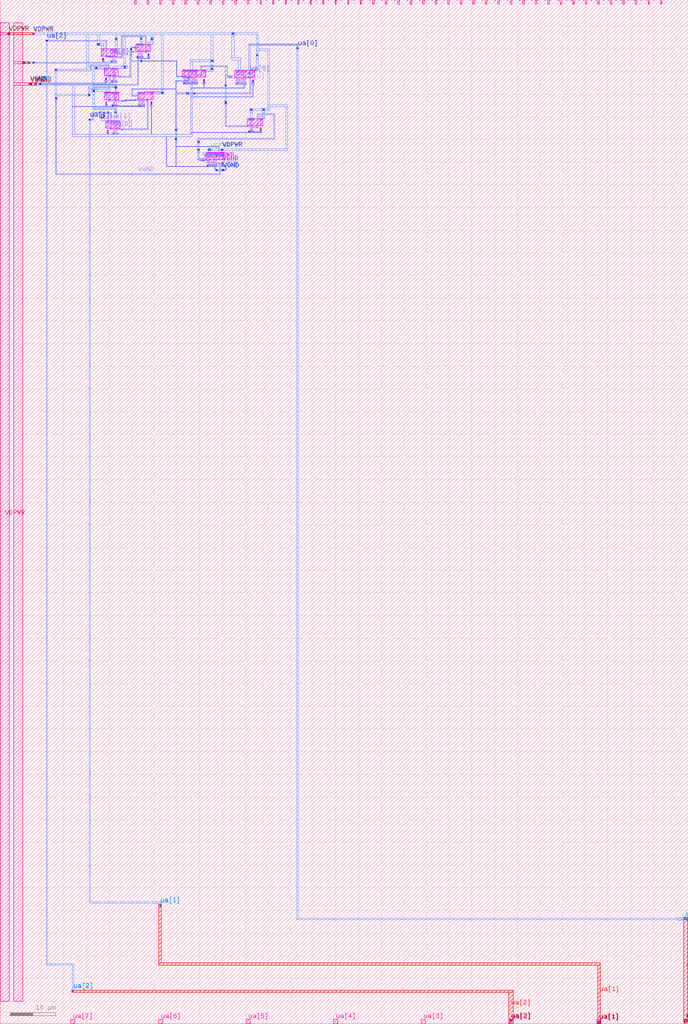
<source format=lef>
VERSION 5.7 ;
  NOWIREEXTENSIONATPIN ON ;
  DIVIDERCHAR "/" ;
  BUSBITCHARS "[]" ;
MACRO tt_um_template
  CLASS BLOCK ;
  FOREIGN tt_um_template ;
  ORIGIN -1.000 0.000 ;
  SIZE 151.710 BY 225.760 ;
  PIN clk
    PORT
      LAYER met4 ;
        RECT 143.830 224.760 144.130 225.760 ;
    END
  END clk
  PIN ena
    PORT
      LAYER met4 ;
        RECT 146.590 224.760 146.890 225.760 ;
    END
  END ena
  PIN rst_n
    PORT
      LAYER met4 ;
        RECT 141.070 224.760 141.370 225.760 ;
    END
  END rst_n
  PIN ua[0]
    ANTENNADIFFAREA 0.445500 ;
    PORT
      LAYER li1 ;
        RECT 54.560 209.800 55.155 209.805 ;
        RECT 54.560 209.465 56.165 209.800 ;
        RECT 54.560 208.145 54.735 209.465 ;
        RECT 54.560 207.595 55.155 208.145 ;
      LAYER mcon ;
        RECT 55.910 209.545 56.080 209.715 ;
      LAYER met1 ;
        RECT 55.830 215.930 66.715 216.075 ;
        RECT 55.830 215.740 66.725 215.930 ;
        RECT 55.830 209.830 56.165 215.740 ;
        RECT 66.365 214.920 66.725 215.740 ;
        RECT 55.800 209.435 56.195 209.830 ;
        RECT 55.830 209.385 56.165 209.435 ;
      LAYER via ;
        RECT 66.415 215.020 66.675 215.280 ;
      LAYER met2 ;
        RECT 66.360 23.315 66.735 215.435 ;
        RECT 150.345 23.315 152.475 23.380 ;
        RECT 66.360 22.940 152.475 23.315 ;
        RECT 150.345 22.870 152.475 22.940 ;
      LAYER via2 ;
        RECT 151.950 22.940 152.325 23.315 ;
      LAYER met3 ;
        RECT 151.690 0.280 152.590 23.445 ;
      LAYER via3 ;
        RECT 151.960 0.380 152.400 0.860 ;
      LAYER met4 ;
        RECT 151.810 0.000 152.710 1.000 ;
    END
  END ua[0]
  PIN ua[1]
    ANTENNAGATEAREA 0.247500 ;
    PORT
      LAYER li1 ;
        RECT 25.190 197.255 26.390 197.495 ;
      LAYER mcon ;
        RECT 25.280 197.310 25.450 197.480 ;
      LAYER met1 ;
        RECT 21.305 200.755 25.490 201.005 ;
        RECT 20.540 199.475 20.860 199.480 ;
        RECT 21.305 199.475 21.555 200.755 ;
        RECT 20.540 199.225 21.555 199.475 ;
        RECT 20.540 199.220 20.860 199.225 ;
        RECT 25.240 197.245 25.490 200.755 ;
      LAYER via ;
        RECT 20.570 199.220 20.830 199.480 ;
      LAYER met2 ;
        RECT 20.570 199.190 20.830 199.510 ;
        RECT 20.575 26.875 20.825 199.190 ;
        RECT 35.625 26.875 36.575 26.880 ;
        RECT 20.575 26.625 36.575 26.875 ;
        RECT 35.960 25.760 36.545 26.625 ;
      LAYER via2 ;
        RECT 36.110 25.910 36.390 26.190 ;
      LAYER met3 ;
        RECT 35.970 13.470 36.530 26.330 ;
        RECT 35.970 12.910 133.340 13.470 ;
        RECT 132.780 0.130 133.340 12.910 ;
      LAYER via3 ;
        RECT 132.890 0.160 133.240 0.570 ;
      LAYER met4 ;
        RECT 132.490 0.000 133.390 1.000 ;
    END
  END ua[1]
  PIN ua[2]
    ANTENNAGATEAREA 0.247500 ;
    PORT
      LAYER li1 ;
        RECT 24.850 213.395 25.315 213.445 ;
        RECT 24.850 213.185 25.950 213.395 ;
        RECT 24.850 213.140 25.315 213.185 ;
        RECT 25.620 213.155 25.950 213.185 ;
      LAYER mcon ;
        RECT 24.905 213.235 25.075 213.405 ;
      LAYER met1 ;
        RECT 10.985 216.905 11.765 216.945 ;
        RECT 10.985 216.655 24.455 216.905 ;
        RECT 10.985 216.615 11.765 216.655 ;
        RECT 24.205 213.445 24.455 216.655 ;
        RECT 24.840 213.445 25.145 213.475 ;
        RECT 24.205 213.195 25.345 213.445 ;
        RECT 24.840 213.170 25.145 213.195 ;
      LAYER via ;
        RECT 11.120 216.650 11.380 216.910 ;
      LAYER met2 ;
        RECT 11.095 13.260 11.410 216.955 ;
        RECT 11.095 12.945 17.205 13.260 ;
        RECT 16.890 7.730 17.205 12.945 ;
        RECT 16.865 6.920 17.225 7.730 ;
      LAYER via2 ;
        RECT 16.905 7.015 17.185 7.295 ;
      LAYER met3 ;
        RECT 16.800 7.400 113.955 7.410 ;
        RECT 16.800 6.920 114.120 7.400 ;
        RECT 113.115 0.180 114.120 6.920 ;
      LAYER via3 ;
        RECT 113.350 0.510 113.840 0.890 ;
      LAYER met4 ;
        RECT 113.170 0.985 114.065 0.995 ;
        RECT 113.170 0.000 114.070 0.985 ;
    END
  END ua[2]
  PIN ua[3]
    PORT
      LAYER met4 ;
        RECT 93.850 0.000 94.750 1.000 ;
    END
  END ua[3]
  PIN ua[4]
    PORT
      LAYER met4 ;
        RECT 74.530 0.000 75.430 1.000 ;
    END
  END ua[4]
  PIN ua[5]
    PORT
      LAYER met4 ;
        RECT 55.210 0.000 56.110 1.000 ;
    END
  END ua[5]
  PIN ua[6]
    PORT
      LAYER met4 ;
        RECT 35.890 0.000 36.790 1.000 ;
    END
  END ua[6]
  PIN ua[7]
    PORT
      LAYER met4 ;
        RECT 16.570 0.000 17.470 1.000 ;
    END
  END ua[7]
  PIN ui_in[0]
    PORT
      LAYER met4 ;
        RECT 138.310 224.760 138.610 225.760 ;
    END
  END ui_in[0]
  PIN ui_in[1]
    PORT
      LAYER met4 ;
        RECT 135.550 224.760 135.850 225.760 ;
    END
  END ui_in[1]
  PIN ui_in[2]
    PORT
      LAYER met4 ;
        RECT 132.790 224.760 133.090 225.760 ;
    END
  END ui_in[2]
  PIN ui_in[3]
    PORT
      LAYER met4 ;
        RECT 130.030 224.760 130.330 225.760 ;
    END
  END ui_in[3]
  PIN ui_in[4]
    PORT
      LAYER met4 ;
        RECT 127.270 224.760 127.570 225.760 ;
    END
  END ui_in[4]
  PIN ui_in[5]
    PORT
      LAYER met4 ;
        RECT 124.510 224.760 124.810 225.760 ;
    END
  END ui_in[5]
  PIN ui_in[6]
    PORT
      LAYER met4 ;
        RECT 121.750 224.760 122.050 225.760 ;
    END
  END ui_in[6]
  PIN ui_in[7]
    PORT
      LAYER met4 ;
        RECT 118.990 224.760 119.290 225.760 ;
    END
  END ui_in[7]
  PIN uio_in[0]
    PORT
      LAYER met4 ;
        RECT 116.230 224.760 116.530 225.760 ;
    END
  END uio_in[0]
  PIN uio_in[1]
    PORT
      LAYER met4 ;
        RECT 113.470 224.760 113.770 225.760 ;
    END
  END uio_in[1]
  PIN uio_in[2]
    PORT
      LAYER met4 ;
        RECT 110.710 224.760 111.010 225.760 ;
    END
  END uio_in[2]
  PIN uio_in[3]
    PORT
      LAYER met4 ;
        RECT 107.950 224.760 108.250 225.760 ;
    END
  END uio_in[3]
  PIN uio_in[4]
    PORT
      LAYER met4 ;
        RECT 105.190 224.760 105.490 225.760 ;
    END
  END uio_in[4]
  PIN uio_in[5]
    PORT
      LAYER met4 ;
        RECT 102.430 224.760 102.730 225.760 ;
    END
  END uio_in[5]
  PIN uio_in[6]
    PORT
      LAYER met4 ;
        RECT 99.670 224.760 99.970 225.760 ;
    END
  END uio_in[6]
  PIN uio_in[7]
    PORT
      LAYER met4 ;
        RECT 96.910 224.760 97.210 225.760 ;
    END
  END uio_in[7]
  PIN uio_oe[0]
    PORT
      LAYER met4 ;
        RECT 49.990 224.760 50.290 225.760 ;
    END
  END uio_oe[0]
  PIN uio_oe[1]
    PORT
      LAYER met4 ;
        RECT 47.230 224.760 47.530 225.760 ;
    END
  END uio_oe[1]
  PIN uio_oe[2]
    PORT
      LAYER met4 ;
        RECT 44.470 224.760 44.770 225.760 ;
    END
  END uio_oe[2]
  PIN uio_oe[3]
    PORT
      LAYER met4 ;
        RECT 41.710 224.760 42.010 225.760 ;
    END
  END uio_oe[3]
  PIN uio_oe[4]
    PORT
      LAYER met4 ;
        RECT 38.950 224.760 39.250 225.760 ;
    END
  END uio_oe[4]
  PIN uio_oe[5]
    PORT
      LAYER met4 ;
        RECT 36.190 224.760 36.490 225.760 ;
    END
  END uio_oe[5]
  PIN uio_oe[6]
    PORT
      LAYER met4 ;
        RECT 33.430 224.760 33.730 225.760 ;
    END
  END uio_oe[6]
  PIN uio_oe[7]
    PORT
      LAYER met4 ;
        RECT 30.670 224.760 30.970 225.760 ;
    END
  END uio_oe[7]
  PIN uio_out[0]
    PORT
      LAYER met4 ;
        RECT 72.070 224.760 72.370 225.760 ;
    END
  END uio_out[0]
  PIN uio_out[1]
    PORT
      LAYER met4 ;
        RECT 69.310 224.760 69.610 225.760 ;
    END
  END uio_out[1]
  PIN uio_out[2]
    PORT
      LAYER met4 ;
        RECT 66.550 224.760 66.850 225.760 ;
    END
  END uio_out[2]
  PIN uio_out[3]
    PORT
      LAYER met4 ;
        RECT 63.790 224.760 64.090 225.760 ;
    END
  END uio_out[3]
  PIN uio_out[4]
    PORT
      LAYER met4 ;
        RECT 61.030 224.760 61.330 225.760 ;
    END
  END uio_out[4]
  PIN uio_out[5]
    PORT
      LAYER met4 ;
        RECT 58.270 224.760 58.570 225.760 ;
    END
  END uio_out[5]
  PIN uio_out[6]
    PORT
      LAYER met4 ;
        RECT 55.510 224.760 55.810 225.760 ;
    END
  END uio_out[6]
  PIN uio_out[7]
    PORT
      LAYER met4 ;
        RECT 52.750 224.760 53.050 225.760 ;
    END
  END uio_out[7]
  PIN uo_out[0]
    PORT
      LAYER met4 ;
        RECT 94.150 224.760 94.450 225.760 ;
    END
  END uo_out[0]
  PIN uo_out[1]
    PORT
      LAYER met4 ;
        RECT 91.390 224.760 91.690 225.760 ;
    END
  END uo_out[1]
  PIN uo_out[2]
    PORT
      LAYER met4 ;
        RECT 88.630 224.760 88.930 225.760 ;
    END
  END uo_out[2]
  PIN uo_out[3]
    PORT
      LAYER met4 ;
        RECT 85.870 224.760 86.170 225.760 ;
    END
  END uo_out[3]
  PIN uo_out[4]
    PORT
      LAYER met4 ;
        RECT 83.110 224.760 83.410 225.760 ;
    END
  END uo_out[4]
  PIN uo_out[5]
    PORT
      LAYER met4 ;
        RECT 80.350 224.760 80.650 225.760 ;
    END
  END uo_out[5]
  PIN uo_out[6]
    PORT
      LAYER met4 ;
        RECT 77.590 224.760 77.890 225.760 ;
    END
  END uo_out[6]
  PIN uo_out[7]
    PORT
      LAYER met4 ;
        RECT 74.830 224.760 75.130 225.760 ;
    END
  END uo_out[7]
  PIN VDPWR
    ANTENNAGATEAREA 0.223500 ;
    ANTENNADIFFAREA 5.549500 ;
    PORT
      LAYER nwell ;
        RECT 30.910 216.000 33.750 216.010 ;
        RECT 23.250 214.990 24.090 215.000 ;
        RECT 23.250 213.395 26.870 214.990 ;
        RECT 30.910 214.405 34.125 216.000 ;
        RECT 33.285 214.395 34.125 214.405 ;
        RECT 23.900 213.385 26.870 213.395 ;
        RECT 23.900 209.095 27.010 210.700 ;
        RECT 41.150 208.695 46.340 210.300 ;
        RECT 52.750 208.645 57.140 210.250 ;
        RECT 33.900 205.380 34.740 205.400 ;
        RECT 24.270 205.330 27.130 205.350 ;
        RECT 23.960 203.745 27.130 205.330 ;
        RECT 31.260 203.795 34.740 205.380 ;
        RECT 31.260 203.775 34.200 203.795 ;
        RECT 23.960 203.725 24.800 203.745 ;
        RECT 55.460 199.600 58.200 199.610 ;
        RECT 24.290 197.485 27.310 199.090 ;
        RECT 55.460 198.005 58.840 199.600 ;
        RECT 58.000 197.995 58.840 198.005 ;
        RECT 49.530 192.100 50.370 192.120 ;
        RECT 46.300 190.515 50.370 192.100 ;
        RECT 46.300 190.495 50.030 190.515 ;
      LAYER li1 ;
        RECT 31.100 215.735 32.480 215.905 ;
        RECT 23.440 214.725 23.900 214.895 ;
        RECT 23.525 213.560 23.815 214.725 ;
        RECT 25.300 214.715 26.680 214.885 ;
        RECT 25.640 213.575 25.850 214.715 ;
        RECT 32.055 214.595 32.385 215.735 ;
        RECT 33.475 215.725 33.935 215.895 ;
        RECT 33.560 214.560 33.850 215.725 ;
        RECT 24.090 210.425 24.550 210.595 ;
        RECT 25.440 210.425 26.820 210.595 ;
        RECT 24.175 209.260 24.465 210.425 ;
        RECT 25.780 209.285 25.990 210.425 ;
        RECT 41.340 210.025 44.560 210.195 ;
        RECT 45.690 210.025 46.150 210.195 ;
        RECT 42.395 209.175 42.565 210.025 ;
        RECT 43.235 209.515 43.405 210.025 ;
        RECT 45.775 208.860 46.065 210.025 ;
        RECT 52.940 209.975 55.240 210.145 ;
        RECT 56.490 209.975 56.950 210.145 ;
        RECT 53.455 209.575 54.390 209.975 ;
        RECT 56.575 208.810 56.865 209.975 ;
        RECT 24.150 205.055 24.610 205.225 ;
        RECT 25.560 205.075 26.940 205.245 ;
        RECT 31.450 205.105 32.830 205.275 ;
        RECT 34.090 205.125 34.550 205.295 ;
        RECT 24.235 203.890 24.525 205.055 ;
        RECT 25.900 203.935 26.110 205.075 ;
        RECT 32.405 203.965 32.735 205.105 ;
        RECT 34.175 203.960 34.465 205.125 ;
        RECT 55.650 199.335 57.030 199.505 ;
        RECT 24.480 198.815 24.940 198.985 ;
        RECT 25.740 198.815 27.120 198.985 ;
        RECT 24.565 197.650 24.855 198.815 ;
        RECT 26.080 197.675 26.290 198.815 ;
        RECT 55.990 198.195 56.200 199.335 ;
        RECT 58.190 199.325 58.650 199.495 ;
        RECT 56.370 198.185 56.700 199.165 ;
        RECT 56.470 197.815 56.700 198.185 ;
        RECT 58.275 198.160 58.565 199.325 ;
        RECT 56.470 197.585 57.865 197.815 ;
        RECT 56.370 196.955 56.700 197.585 ;
        RECT 46.490 191.825 48.790 191.995 ;
        RECT 49.720 191.845 50.180 192.015 ;
        RECT 47.005 191.425 47.940 191.825 ;
        RECT 46.575 190.895 47.035 190.915 ;
        RECT 45.370 190.435 47.035 190.895 ;
        RECT 49.805 190.680 50.095 191.845 ;
        RECT 45.370 190.170 46.230 190.435 ;
        RECT 46.575 190.185 47.035 190.435 ;
      LAYER mcon ;
        RECT 31.245 215.735 31.415 215.905 ;
        RECT 31.705 215.735 31.875 215.905 ;
        RECT 32.165 215.735 32.335 215.905 ;
        RECT 23.585 214.725 23.755 214.895 ;
        RECT 25.445 214.715 25.615 214.885 ;
        RECT 25.905 214.715 26.075 214.885 ;
        RECT 26.365 214.715 26.535 214.885 ;
        RECT 33.620 215.725 33.790 215.895 ;
        RECT 24.235 210.425 24.405 210.595 ;
        RECT 25.585 210.425 25.755 210.595 ;
        RECT 26.045 210.425 26.215 210.595 ;
        RECT 26.505 210.425 26.675 210.595 ;
        RECT 41.485 210.025 41.655 210.195 ;
        RECT 41.945 210.025 42.115 210.195 ;
        RECT 42.405 210.025 42.575 210.195 ;
        RECT 42.865 210.025 43.035 210.195 ;
        RECT 43.325 210.025 43.495 210.195 ;
        RECT 43.785 210.025 43.955 210.195 ;
        RECT 44.245 210.025 44.415 210.195 ;
        RECT 45.835 210.025 46.005 210.195 ;
        RECT 53.085 209.975 53.255 210.145 ;
        RECT 53.545 209.975 53.715 210.145 ;
        RECT 54.005 209.975 54.175 210.145 ;
        RECT 54.465 209.975 54.635 210.145 ;
        RECT 54.925 209.975 55.095 210.145 ;
        RECT 56.635 209.975 56.805 210.145 ;
        RECT 24.295 205.055 24.465 205.225 ;
        RECT 25.705 205.075 25.875 205.245 ;
        RECT 26.165 205.075 26.335 205.245 ;
        RECT 26.625 205.075 26.795 205.245 ;
        RECT 31.595 205.105 31.765 205.275 ;
        RECT 32.055 205.105 32.225 205.275 ;
        RECT 32.515 205.105 32.685 205.275 ;
        RECT 34.235 205.125 34.405 205.295 ;
        RECT 55.795 199.335 55.965 199.505 ;
        RECT 56.255 199.335 56.425 199.505 ;
        RECT 56.715 199.335 56.885 199.505 ;
        RECT 24.625 198.815 24.795 198.985 ;
        RECT 25.885 198.815 26.055 198.985 ;
        RECT 26.345 198.815 26.515 198.985 ;
        RECT 26.805 198.815 26.975 198.985 ;
        RECT 58.335 199.325 58.505 199.495 ;
        RECT 57.665 197.615 57.835 197.785 ;
        RECT 46.635 191.825 46.805 191.995 ;
        RECT 47.095 191.825 47.265 191.995 ;
        RECT 47.555 191.825 47.725 191.995 ;
        RECT 48.015 191.825 48.185 191.995 ;
        RECT 48.475 191.825 48.645 191.995 ;
        RECT 49.865 191.845 50.035 192.015 ;
        RECT 45.665 190.465 45.835 190.635 ;
      LAYER met1 ;
        RECT 52.060 217.610 52.565 218.580 ;
        RECT 22.265 215.745 23.785 216.220 ;
        RECT 23.060 215.730 23.785 215.745 ;
        RECT 23.310 215.050 23.785 215.730 ;
        RECT 23.310 215.015 23.900 215.050 ;
        RECT 26.320 215.040 26.780 217.430 ;
        RECT 31.825 216.495 32.320 217.505 ;
        RECT 31.840 216.060 32.300 216.495 ;
        RECT 34.200 216.420 34.700 217.510 ;
        RECT 31.100 215.580 32.480 216.060 ;
        RECT 33.470 215.960 34.700 216.420 ;
        RECT 33.475 215.570 33.935 215.960 ;
        RECT 23.440 214.570 23.900 215.015 ;
        RECT 25.300 214.990 26.780 215.040 ;
        RECT 25.300 214.560 26.680 214.990 ;
        RECT 52.080 212.970 52.540 217.610 ;
        RECT 46.980 212.580 48.040 212.595 ;
        RECT 42.930 212.120 48.040 212.580 ;
        RECT 52.080 212.510 53.970 212.970 ;
        RECT 57.430 212.840 57.915 214.000 ;
        RECT 27.755 211.190 28.965 211.205 ;
        RECT 21.860 210.750 24.530 210.990 ;
        RECT 25.940 210.750 28.965 211.190 ;
        RECT 21.860 210.530 24.550 210.750 ;
        RECT 24.090 210.270 24.550 210.530 ;
        RECT 25.440 210.730 28.965 210.750 ;
        RECT 25.440 210.270 26.820 210.730 ;
        RECT 27.755 210.715 28.965 210.730 ;
        RECT 42.930 210.350 43.390 212.120 ;
        RECT 46.980 212.110 48.040 212.120 ;
        RECT 47.435 210.420 47.940 210.900 ;
        RECT 46.100 210.350 47.940 210.420 ;
        RECT 41.340 209.870 44.560 210.350 ;
        RECT 45.690 209.915 47.940 210.350 ;
        RECT 53.510 210.300 53.970 212.510 ;
        RECT 57.440 210.680 57.900 212.840 ;
        RECT 45.690 209.870 46.150 209.915 ;
        RECT 52.940 209.820 55.240 210.300 ;
        RECT 56.470 210.220 57.900 210.680 ;
        RECT 56.490 209.820 56.950 210.220 ;
        RECT 26.250 206.180 26.710 206.700 ;
        RECT 21.070 205.985 22.420 206.020 ;
        RECT 21.070 205.500 24.590 205.985 ;
        RECT 21.070 205.460 22.420 205.500 ;
        RECT 24.105 205.380 24.590 205.500 ;
        RECT 26.335 205.415 26.625 206.180 ;
        RECT 36.035 205.510 37.085 205.520 ;
        RECT 32.770 205.430 37.085 205.510 ;
        RECT 26.175 205.400 26.625 205.415 ;
        RECT 24.105 205.210 24.610 205.380 ;
        RECT 24.150 204.900 24.610 205.210 ;
        RECT 25.560 204.920 26.940 205.400 ;
        RECT 31.450 205.050 37.085 205.430 ;
        RECT 31.450 204.950 32.830 205.050 ;
        RECT 34.090 204.970 34.550 205.050 ;
        RECT 36.035 205.045 37.085 205.050 ;
        RECT 23.255 200.410 23.850 200.445 ;
        RECT 23.225 199.815 23.880 200.410 ;
        RECT 26.130 200.070 26.655 201.420 ;
        RECT 56.090 200.860 56.590 201.840 ;
        RECT 58.790 201.825 59.305 201.875 ;
        RECT 23.255 199.570 23.850 199.815 ;
        RECT 23.250 199.110 24.950 199.570 ;
        RECT 26.160 199.155 26.620 200.070 ;
        RECT 56.110 199.660 56.570 200.860 ;
        RECT 58.790 200.855 59.320 201.825 ;
        RECT 58.790 200.840 59.305 200.855 ;
        RECT 58.830 200.665 59.290 200.840 ;
        RECT 57.635 200.435 61.535 200.665 ;
        RECT 55.650 199.180 57.030 199.660 ;
        RECT 26.075 199.140 26.620 199.155 ;
        RECT 23.320 199.100 23.780 199.110 ;
        RECT 24.480 198.660 24.940 199.110 ;
        RECT 25.740 198.660 27.120 199.140 ;
        RECT 57.635 197.845 57.865 200.435 ;
        RECT 58.830 200.080 59.290 200.435 ;
        RECT 58.170 199.620 59.290 200.080 ;
        RECT 58.190 199.170 58.650 199.620 ;
        RECT 58.830 199.600 59.290 199.620 ;
        RECT 57.605 197.555 57.895 197.845 ;
        RECT 57.635 197.485 57.865 197.555 ;
        RECT 61.335 195.215 61.565 200.435 ;
        RECT 44.585 195.085 61.565 195.215 ;
        RECT 44.565 194.985 61.565 195.085 ;
        RECT 44.565 194.315 44.840 194.985 ;
        RECT 44.550 193.095 44.845 193.110 ;
        RECT 44.550 192.455 44.850 193.095 ;
        RECT 46.920 193.020 47.415 193.035 ;
        RECT 44.555 192.205 44.850 192.455 ;
        RECT 44.585 190.665 44.815 192.205 ;
        RECT 46.810 192.150 47.415 193.020 ;
        RECT 49.755 192.170 50.175 192.890 ;
        RECT 46.490 191.670 48.790 192.150 ;
        RECT 49.720 191.690 50.180 192.170 ;
        RECT 45.035 190.665 46.065 190.815 ;
        RECT 44.585 190.435 46.065 190.665 ;
        RECT 45.035 190.285 46.065 190.435 ;
      LAYER via ;
        RECT 52.170 218.190 52.430 218.450 ;
        RECT 26.420 217.000 26.680 217.260 ;
        RECT 22.520 215.850 22.780 216.110 ;
        RECT 31.940 217.070 32.200 217.330 ;
        RECT 34.320 217.020 34.580 217.280 ;
        RECT 57.540 213.460 57.800 213.720 ;
        RECT 47.550 212.220 47.810 212.480 ;
        RECT 22.000 210.630 22.260 210.890 ;
        RECT 28.330 210.830 28.590 211.090 ;
        RECT 47.550 210.490 47.810 210.750 ;
        RECT 26.350 206.310 26.610 206.570 ;
        RECT 21.490 205.560 21.750 205.820 ;
        RECT 36.600 205.150 36.860 205.410 ;
        RECT 56.210 201.440 56.470 201.700 ;
        RECT 26.260 200.880 26.520 201.140 ;
        RECT 23.260 199.820 23.840 200.400 ;
        RECT 58.930 201.440 59.190 201.700 ;
        RECT 44.570 194.370 44.830 194.630 ;
        RECT 44.570 192.570 44.830 192.830 ;
        RECT 47.020 192.610 47.280 192.870 ;
        RECT 49.830 192.580 50.110 192.840 ;
      LAYER met2 ;
        RECT 7.905 218.550 8.960 218.570 ;
        RECT 51.820 218.550 53.110 218.570 ;
        RECT 7.905 218.090 57.840 218.550 ;
        RECT 7.905 218.075 8.960 218.090 ;
        RECT 20.010 210.990 20.470 218.090 ;
        RECT 22.420 216.680 22.880 218.090 ;
        RECT 26.320 216.730 26.780 218.090 ;
        RECT 22.415 215.635 22.890 216.680 ;
        RECT 28.230 211.675 28.690 218.090 ;
        RECT 31.840 217.900 32.300 218.090 ;
        RECT 31.830 216.850 32.310 217.900 ;
        RECT 34.220 216.800 34.680 218.090 ;
        RECT 21.425 210.990 22.525 211.005 ;
        RECT 20.010 210.530 22.525 210.990 ;
        RECT 28.210 210.610 28.715 211.675 ;
        RECT 21.390 210.515 22.525 210.530 ;
        RECT 21.390 207.020 21.850 210.515 ;
        RECT 21.390 206.670 26.670 207.020 ;
        RECT 21.390 206.560 26.740 206.670 ;
        RECT 21.390 202.020 21.850 206.560 ;
        RECT 26.210 206.210 26.740 206.560 ;
        RECT 36.500 205.985 36.960 218.090 ;
        RECT 47.450 211.325 47.910 218.090 ;
        RECT 51.820 218.070 53.110 218.090 ;
        RECT 57.440 217.470 57.840 218.090 ;
        RECT 57.440 214.990 57.900 217.470 ;
        RECT 57.440 214.530 60.430 214.990 ;
        RECT 57.440 213.200 57.900 214.530 ;
        RECT 47.435 210.305 47.925 211.325 ;
        RECT 36.490 204.960 36.975 205.985 ;
        RECT 59.970 202.650 60.430 214.530 ;
        RECT 59.970 202.190 64.430 202.650 ;
        RECT 21.390 201.725 26.620 202.020 ;
        RECT 59.970 201.800 60.430 202.190 ;
        RECT 21.390 201.560 26.645 201.725 ;
        RECT 23.320 200.805 23.780 201.560 ;
        RECT 23.290 200.440 23.815 200.805 ;
        RECT 26.140 200.660 26.645 201.560 ;
        RECT 55.990 201.340 60.430 201.800 ;
        RECT 23.255 199.785 23.850 200.440 ;
        RECT 44.570 194.120 44.830 194.780 ;
        RECT 44.585 193.100 44.815 194.120 ;
        RECT 44.555 192.400 44.855 193.100 ;
        RECT 46.825 192.970 47.850 192.980 ;
        RECT 63.970 192.970 64.430 202.190 ;
        RECT 46.660 192.510 64.430 192.970 ;
        RECT 46.825 192.505 47.850 192.510 ;
      LAYER via2 ;
        RECT 8.110 218.180 8.390 218.460 ;
      LAYER met3 ;
        RECT 7.995 218.550 8.505 218.575 ;
        RECT 2.635 218.090 8.505 218.550 ;
        RECT 7.995 218.065 8.505 218.090 ;
      LAYER via3 ;
        RECT 2.705 218.160 3.025 218.480 ;
      LAYER met4 ;
        RECT 1.000 218.550 3.000 220.760 ;
        RECT 1.000 218.090 3.095 218.550 ;
        RECT 1.000 5.000 3.000 218.090 ;
    END
  END VDPWR
  PIN VGND
    USE GROUND ;
    PORT
      LAYER pwell ;
        RECT 33.620 213.410 33.790 213.935 ;
        RECT 23.585 212.410 23.755 212.935 ;
        RECT 24.235 208.110 24.405 208.635 ;
        RECT 45.835 207.710 46.005 208.235 ;
        RECT 56.635 207.660 56.805 208.185 ;
        RECT 24.295 202.740 24.465 203.265 ;
        RECT 34.235 202.810 34.405 203.335 ;
        RECT 24.625 196.500 24.795 197.025 ;
        RECT 58.335 197.010 58.505 197.535 ;
        RECT 49.865 189.530 50.035 190.055 ;
      LAYER li1 ;
        RECT 31.205 213.185 31.445 213.995 ;
        RECT 32.115 213.185 32.385 213.995 ;
        RECT 31.100 213.015 32.480 213.185 ;
        RECT 33.560 213.175 33.850 213.900 ;
        RECT 33.475 213.005 33.935 213.175 ;
        RECT 23.525 212.175 23.815 212.900 ;
        RECT 23.440 212.005 23.900 212.175 ;
        RECT 25.620 212.165 25.850 212.985 ;
        RECT 25.300 211.995 26.680 212.165 ;
        RECT 24.775 209.105 25.025 209.110 ;
        RECT 24.775 208.865 26.090 209.105 ;
        RECT 54.915 208.870 55.155 209.295 ;
        RECT 24.775 208.860 25.025 208.865 ;
        RECT 24.175 207.875 24.465 208.600 ;
        RECT 25.760 207.875 25.990 208.695 ;
        RECT 42.180 208.465 42.730 208.665 ;
        RECT 54.915 208.630 55.920 208.870 ;
        RECT 54.915 208.315 55.155 208.630 ;
        RECT 24.090 207.705 24.550 207.875 ;
        RECT 25.440 207.705 26.820 207.875 ;
        RECT 41.475 207.475 41.805 207.865 ;
        RECT 42.315 207.475 42.645 207.865 ;
        RECT 44.185 207.475 44.475 208.310 ;
        RECT 45.775 207.475 46.065 208.200 ;
        RECT 41.340 207.305 44.560 207.475 ;
        RECT 45.690 207.305 46.150 207.475 ;
        RECT 53.455 207.425 54.390 207.825 ;
        RECT 56.575 207.425 56.865 208.150 ;
        RECT 52.940 207.255 55.240 207.425 ;
        RECT 56.490 207.255 56.950 207.425 ;
        RECT 31.545 204.725 31.875 204.920 ;
        RECT 30.625 204.555 31.875 204.725 ;
        RECT 31.545 204.135 31.875 204.555 ;
        RECT 31.545 203.965 32.225 204.135 ;
        RECT 24.895 203.795 25.225 203.800 ;
        RECT 24.820 203.755 25.540 203.795 ;
        RECT 24.820 203.515 26.210 203.755 ;
        RECT 24.820 203.475 25.540 203.515 ;
        RECT 24.895 203.470 25.225 203.475 ;
        RECT 32.055 203.365 32.225 203.965 ;
        RECT 24.235 202.505 24.525 203.230 ;
        RECT 25.880 202.525 26.110 203.345 ;
        RECT 31.555 202.555 31.795 203.365 ;
        RECT 31.965 202.725 32.295 203.365 ;
        RECT 32.465 202.555 32.735 203.365 ;
        RECT 34.175 202.575 34.465 203.300 ;
        RECT 24.150 202.335 24.610 202.505 ;
        RECT 25.560 202.355 26.940 202.525 ;
        RECT 31.450 202.385 32.830 202.555 ;
        RECT 34.090 202.405 34.550 202.575 ;
        RECT 24.565 196.265 24.855 196.990 ;
        RECT 26.060 196.265 26.290 197.085 ;
        RECT 55.970 196.785 56.200 197.605 ;
        RECT 55.650 196.615 57.030 196.785 ;
        RECT 58.275 196.775 58.565 197.500 ;
        RECT 58.190 196.605 58.650 196.775 ;
        RECT 24.480 196.095 24.940 196.265 ;
        RECT 25.740 196.095 27.120 196.265 ;
        RECT 48.110 191.315 48.705 191.655 ;
        RECT 48.110 189.995 48.285 191.315 ;
        RECT 48.465 190.720 48.705 191.145 ;
        RECT 48.465 190.480 49.350 190.720 ;
        RECT 48.465 190.165 48.705 190.480 ;
        RECT 48.110 189.825 48.705 189.995 ;
        RECT 47.005 189.275 47.940 189.675 ;
        RECT 48.110 189.655 49.485 189.825 ;
        RECT 48.110 189.445 48.705 189.655 ;
        RECT 49.805 189.295 50.095 190.020 ;
        RECT 46.490 189.105 48.790 189.275 ;
        RECT 49.720 189.125 50.180 189.295 ;
      LAYER mcon ;
        RECT 31.245 213.015 31.415 213.185 ;
        RECT 31.705 213.015 31.875 213.185 ;
        RECT 32.165 213.015 32.335 213.185 ;
        RECT 33.620 213.005 33.790 213.175 ;
        RECT 23.585 212.005 23.755 212.175 ;
        RECT 25.445 211.995 25.615 212.165 ;
        RECT 25.905 211.995 26.075 212.165 ;
        RECT 26.365 211.995 26.535 212.165 ;
        RECT 24.815 208.900 24.985 209.070 ;
        RECT 42.365 208.465 42.535 208.635 ;
        RECT 55.715 208.660 55.885 208.830 ;
        RECT 24.235 207.705 24.405 207.875 ;
        RECT 25.585 207.705 25.755 207.875 ;
        RECT 26.045 207.705 26.215 207.875 ;
        RECT 26.505 207.705 26.675 207.875 ;
        RECT 41.485 207.305 41.655 207.475 ;
        RECT 41.945 207.305 42.115 207.475 ;
        RECT 42.405 207.305 42.575 207.475 ;
        RECT 42.865 207.305 43.035 207.475 ;
        RECT 43.325 207.305 43.495 207.475 ;
        RECT 43.785 207.305 43.955 207.475 ;
        RECT 44.245 207.305 44.415 207.475 ;
        RECT 45.835 207.305 46.005 207.475 ;
        RECT 53.085 207.255 53.255 207.425 ;
        RECT 53.545 207.255 53.715 207.425 ;
        RECT 54.005 207.255 54.175 207.425 ;
        RECT 54.465 207.255 54.635 207.425 ;
        RECT 54.925 207.255 55.095 207.425 ;
        RECT 56.635 207.255 56.805 207.425 ;
        RECT 24.975 203.550 25.145 203.720 ;
        RECT 24.295 202.335 24.465 202.505 ;
        RECT 25.705 202.355 25.875 202.525 ;
        RECT 26.165 202.355 26.335 202.525 ;
        RECT 26.625 202.355 26.795 202.525 ;
        RECT 31.595 202.385 31.765 202.555 ;
        RECT 32.055 202.385 32.225 202.555 ;
        RECT 32.515 202.385 32.685 202.555 ;
        RECT 34.235 202.405 34.405 202.575 ;
        RECT 55.795 196.615 55.965 196.785 ;
        RECT 56.255 196.615 56.425 196.785 ;
        RECT 56.715 196.615 56.885 196.785 ;
        RECT 58.335 196.605 58.505 196.775 ;
        RECT 24.625 196.095 24.795 196.265 ;
        RECT 25.885 196.095 26.055 196.265 ;
        RECT 26.345 196.095 26.515 196.265 ;
        RECT 26.805 196.095 26.975 196.265 ;
        RECT 49.095 190.515 49.265 190.685 ;
        RECT 49.315 189.655 49.485 189.825 ;
        RECT 46.635 189.105 46.805 189.275 ;
        RECT 47.095 189.105 47.265 189.275 ;
        RECT 47.555 189.105 47.725 189.275 ;
        RECT 48.015 189.105 48.185 189.275 ;
        RECT 48.475 189.105 48.645 189.275 ;
        RECT 49.865 189.125 50.035 189.295 ;
      LAYER met1 ;
        RECT 31.100 212.955 32.480 213.340 ;
        RECT 33.475 212.955 33.935 213.330 ;
        RECT 31.100 212.860 33.935 212.955 ;
        RECT 31.270 212.850 33.935 212.860 ;
        RECT 31.270 212.800 33.925 212.850 ;
        RECT 8.145 211.995 8.465 212.050 ;
        RECT 23.440 211.995 23.900 212.330 ;
        RECT 25.300 211.995 26.680 212.320 ;
        RECT 8.145 211.840 26.680 211.995 ;
        RECT 8.145 211.790 8.465 211.840 ;
        RECT 20.815 211.255 25.025 211.505 ;
        RECT 13.040 210.425 13.910 210.460 ;
        RECT 20.815 210.425 21.065 211.255 ;
        RECT 24.775 210.970 25.025 211.255 ;
        RECT 13.040 210.175 21.075 210.425 ;
        RECT 13.040 210.140 13.910 210.175 ;
        RECT 24.775 209.170 25.285 210.970 ;
        RECT 24.745 208.800 25.285 209.170 ;
        RECT 24.090 207.625 24.550 208.030 ;
        RECT 24.075 207.550 24.550 207.625 ;
        RECT 24.075 207.465 24.325 207.550 ;
        RECT 9.460 207.310 24.325 207.465 ;
        RECT 9.460 207.140 17.400 207.310 ;
        RECT 24.880 207.140 25.285 208.800 ;
        RECT 25.440 207.550 26.820 208.030 ;
        RECT 25.615 207.140 25.770 207.550 ;
        RECT 31.270 207.140 31.425 212.800 ;
        RECT 42.315 208.365 42.635 208.735 ;
        RECT 55.630 208.625 56.225 208.870 ;
        RECT 9.475 206.985 31.425 207.140 ;
        RECT 39.665 207.985 39.835 208.000 ;
        RECT 42.365 207.985 42.535 208.365 ;
        RECT 39.665 207.815 42.535 207.985 ;
        RECT 10.450 206.965 17.400 206.985 ;
        RECT 13.110 203.660 13.495 204.345 ;
        RECT 13.165 203.565 13.435 203.660 ;
        RECT 13.215 187.435 13.385 203.565 ;
        RECT 16.900 202.355 17.400 206.965 ;
        RECT 24.880 206.615 25.285 206.985 ;
        RECT 20.430 206.285 25.285 206.615 ;
        RECT 20.430 205.285 20.760 206.285 ;
        RECT 20.430 204.930 20.765 205.285 ;
        RECT 20.425 204.530 20.765 204.930 ;
        RECT 24.880 203.830 25.285 206.285 ;
        RECT 39.665 206.185 39.835 207.815 ;
        RECT 41.340 207.150 44.560 207.630 ;
        RECT 45.690 207.150 46.150 207.630 ;
        RECT 29.985 206.015 39.835 206.185 ;
        RECT 29.985 204.725 30.155 206.015 ;
        RECT 39.665 205.250 39.835 206.015 ;
        RECT 42.985 206.430 43.275 207.150 ;
        RECT 45.825 206.430 45.980 207.150 ;
        RECT 52.940 207.100 55.240 207.580 ;
        RECT 54.635 206.430 54.920 207.100 ;
        RECT 42.985 206.275 54.920 206.430 ;
        RECT 41.950 205.250 42.600 205.400 ;
        RECT 39.650 205.050 42.700 205.250 ;
        RECT 30.595 204.725 30.825 204.785 ;
        RECT 29.985 204.555 30.975 204.725 ;
        RECT 30.595 204.495 30.825 204.555 ;
        RECT 24.865 203.440 25.285 203.830 ;
        RECT 24.880 203.390 25.285 203.440 ;
        RECT 24.150 202.355 24.610 202.660 ;
        RECT 25.560 202.385 26.940 202.680 ;
        RECT 31.450 202.385 32.830 202.710 ;
        RECT 25.560 202.355 32.830 202.385 ;
        RECT 16.900 202.230 32.830 202.355 ;
        RECT 34.090 202.250 34.550 202.730 ;
        RECT 16.900 202.200 26.940 202.230 ;
        RECT 16.900 196.100 17.400 202.200 ;
        RECT 24.150 202.180 24.610 202.200 ;
        RECT 24.480 196.100 24.940 196.420 ;
        RECT 25.740 196.100 27.120 196.420 ;
        RECT 34.240 196.100 34.395 202.250 ;
        RECT 39.650 197.655 39.850 205.050 ;
        RECT 41.950 204.900 42.600 205.050 ;
        RECT 42.985 204.480 43.275 206.275 ;
        RECT 43.590 205.250 43.910 205.280 ;
        RECT 55.980 205.250 56.225 208.625 ;
        RECT 56.490 207.100 56.950 207.580 ;
        RECT 43.590 205.080 56.225 205.250 ;
        RECT 43.590 205.050 56.200 205.080 ;
        RECT 43.590 205.020 43.910 205.050 ;
        RECT 56.625 204.480 56.780 207.100 ;
        RECT 42.985 204.325 56.775 204.480 ;
        RECT 39.600 196.850 39.905 197.655 ;
        RECT 39.650 196.100 39.850 196.850 ;
        RECT 42.985 196.615 43.275 204.325 ;
        RECT 55.650 196.655 57.030 196.940 ;
        RECT 58.190 196.655 58.650 196.930 ;
        RECT 55.650 196.615 58.655 196.655 ;
        RECT 42.985 196.460 58.655 196.615 ;
        RECT 42.985 196.100 43.275 196.460 ;
        RECT 58.190 196.450 58.650 196.460 ;
        RECT 16.900 195.605 43.275 196.100 ;
        RECT 16.900 195.600 43.250 195.605 ;
        RECT 37.575 189.105 37.730 195.600 ;
        RECT 39.650 195.370 39.850 195.600 ;
        RECT 39.630 195.240 39.870 195.370 ;
        RECT 39.610 194.460 39.895 195.240 ;
        RECT 39.650 193.550 39.850 194.460 ;
        RECT 39.650 193.350 49.320 193.550 ;
        RECT 39.650 189.105 39.850 193.350 ;
        RECT 49.110 190.720 49.310 193.350 ;
        RECT 49.030 190.700 49.330 190.720 ;
        RECT 49.030 190.500 49.390 190.700 ;
        RECT 49.030 190.480 49.330 190.500 ;
        RECT 49.280 189.460 49.520 189.890 ;
        RECT 46.490 189.105 48.790 189.430 ;
        RECT 37.575 188.950 48.825 189.105 ;
        RECT 48.275 188.330 48.430 188.950 ;
        RECT 48.570 188.330 48.830 188.410 ;
        RECT 48.275 188.175 48.830 188.330 ;
        RECT 48.570 188.090 48.830 188.175 ;
        RECT 49.315 187.435 49.485 189.460 ;
        RECT 49.720 189.105 50.180 189.450 ;
        RECT 49.720 188.970 50.875 189.105 ;
        RECT 49.945 188.950 50.875 188.970 ;
        RECT 49.800 188.330 50.550 188.400 ;
        RECT 50.720 188.330 50.875 188.950 ;
        RECT 49.800 188.175 50.875 188.330 ;
        RECT 49.800 188.100 50.550 188.175 ;
        RECT 13.215 187.265 49.485 187.435 ;
      LAYER via ;
        RECT 8.175 211.790 8.435 212.050 ;
        RECT 13.170 210.170 13.430 210.430 ;
        RECT 9.670 207.095 9.930 207.355 ;
        RECT 13.170 203.920 13.430 204.180 ;
        RECT 20.470 204.670 20.730 204.930 ;
        RECT 42.170 205.020 42.430 205.280 ;
        RECT 43.620 205.020 43.880 205.280 ;
        RECT 39.620 197.020 39.880 197.280 ;
        RECT 39.625 194.920 39.885 195.180 ;
        RECT 48.570 188.120 48.830 188.380 ;
        RECT 49.975 188.125 50.235 188.385 ;
      LAYER met2 ;
        RECT 7.030 212.050 7.470 212.100 ;
        RECT 8.175 212.050 8.435 212.080 ;
        RECT 7.030 211.800 8.435 212.050 ;
        RECT 7.030 211.750 7.470 211.800 ;
        RECT 8.175 211.760 8.435 211.800 ;
        RECT 13.175 210.515 13.425 210.575 ;
        RECT 13.135 210.170 13.470 210.515 ;
        RECT 8.460 206.985 10.140 207.465 ;
        RECT 13.175 204.925 13.425 210.170 ;
        RECT 42.100 205.250 42.650 205.400 ;
        RECT 43.620 205.250 43.880 205.310 ;
        RECT 42.100 205.050 44.150 205.250 ;
        RECT 20.135 204.940 20.795 204.995 ;
        RECT 20.135 204.925 20.815 204.940 ;
        RECT 13.175 204.920 20.815 204.925 ;
        RECT 13.080 204.675 20.815 204.920 ;
        RECT 42.100 204.900 42.650 205.050 ;
        RECT 43.620 204.990 43.880 205.050 ;
        RECT 13.080 203.780 13.525 204.675 ;
        RECT 20.135 204.605 20.815 204.675 ;
        RECT 13.120 203.770 13.485 203.780 ;
        RECT 39.595 196.895 39.905 197.405 ;
        RECT 39.650 195.475 39.850 196.895 ;
        RECT 39.630 195.445 39.875 195.475 ;
        RECT 39.610 194.710 39.895 195.445 ;
        RECT 48.540 188.355 48.860 188.380 ;
        RECT 49.850 188.355 50.460 188.410 ;
        RECT 48.540 188.145 50.460 188.355 ;
        RECT 48.540 188.120 48.860 188.145 ;
        RECT 49.850 188.110 50.460 188.145 ;
      LAYER via2 ;
        RECT 7.110 211.785 7.390 212.065 ;
        RECT 8.610 207.085 8.890 207.365 ;
      LAYER met3 ;
        RECT 5.945 212.100 6.455 212.150 ;
        RECT 7.050 212.100 7.450 212.125 ;
        RECT 5.945 211.750 7.450 212.100 ;
        RECT 5.945 211.700 6.455 211.750 ;
        RECT 7.050 211.725 7.450 211.750 ;
        RECT 8.485 207.465 9.015 207.490 ;
        RECT 7.210 206.985 9.015 207.465 ;
        RECT 8.485 206.960 9.015 206.985 ;
      LAYER via3 ;
        RECT 6.040 211.765 6.360 212.085 ;
        RECT 7.490 207.065 7.810 207.385 ;
      LAYER met4 ;
        RECT 4.000 212.155 6.000 220.760 ;
        RECT 4.000 211.695 6.430 212.155 ;
        RECT 4.000 207.465 6.000 211.695 ;
        RECT 7.405 207.465 7.895 207.470 ;
        RECT 4.000 206.985 7.895 207.465 ;
        RECT 4.000 5.000 6.000 206.985 ;
        RECT 7.405 206.980 7.895 206.985 ;
    END
  END VGND
  OBS
      LAYER pwell ;
        RECT 31.250 213.015 31.420 213.185 ;
        RECT 25.445 211.995 25.615 212.165 ;
        RECT 25.585 207.705 25.755 207.875 ;
        RECT 41.485 207.305 41.655 207.475 ;
        RECT 53.090 207.255 53.260 207.425 ;
        RECT 25.705 202.355 25.875 202.525 ;
        RECT 31.600 202.385 31.770 202.555 ;
        RECT 55.795 196.615 55.965 196.785 ;
        RECT 25.885 196.095 26.055 196.265 ;
        RECT 46.640 189.105 46.810 189.275 ;
      LAYER li1 ;
        RECT 31.195 215.355 31.525 215.550 ;
        RECT 30.465 215.185 31.525 215.355 ;
        RECT 31.195 214.765 31.525 215.185 ;
        RECT 31.195 214.595 31.875 214.765 ;
        RECT 26.020 213.565 26.350 214.545 ;
        RECT 30.075 214.175 31.535 214.425 ;
        RECT 31.705 213.995 31.875 214.595 ;
        RECT 32.045 214.175 33.245 214.425 ;
        RECT 26.120 213.215 26.350 213.565 ;
        RECT 31.615 213.355 31.945 213.995 ;
        RECT 26.120 212.985 27.515 213.215 ;
        RECT 26.120 212.965 26.350 212.985 ;
        RECT 26.020 212.335 26.350 212.965 ;
        RECT 26.160 209.275 26.490 210.255 ;
        RECT 26.260 208.915 26.490 209.275 ;
        RECT 41.425 209.175 41.805 209.855 ;
        RECT 42.735 209.345 43.065 209.855 ;
        RECT 43.575 209.345 43.975 209.855 ;
        RECT 42.735 209.175 43.975 209.345 ;
        RECT 44.155 209.265 44.475 209.855 ;
        RECT 53.025 209.405 53.285 209.805 ;
        RECT 26.260 208.685 27.615 208.915 ;
        RECT 26.260 208.675 26.490 208.685 ;
        RECT 26.160 208.045 26.490 208.675 ;
        RECT 41.425 208.215 41.595 209.175 ;
        RECT 44.155 209.095 45.385 209.265 ;
        RECT 53.025 209.235 54.390 209.405 ;
        RECT 41.765 208.835 43.070 209.005 ;
        RECT 44.155 208.925 44.475 209.095 ;
        RECT 53.025 209.045 53.485 209.065 ;
        RECT 51.520 209.015 53.485 209.045 ;
        RECT 41.765 208.385 42.010 208.835 ;
        RECT 42.900 208.635 43.070 208.835 ;
        RECT 43.845 208.755 44.475 208.925 ;
        RECT 42.900 208.465 43.275 208.635 ;
        RECT 43.445 208.215 43.675 208.715 ;
        RECT 41.425 208.045 43.675 208.215 ;
        RECT 41.975 207.725 42.145 208.045 ;
        RECT 43.845 207.875 44.015 208.755 ;
        RECT 51.500 208.615 53.485 209.015 ;
        RECT 51.520 208.585 53.485 208.615 ;
        RECT 53.025 208.335 53.485 208.585 ;
        RECT 53.655 208.165 54.390 209.235 ;
        RECT 43.060 207.705 44.015 207.875 ;
        RECT 53.025 207.995 54.390 208.165 ;
        RECT 53.025 207.595 53.285 207.995 ;
        RECT 26.280 203.925 26.610 204.905 ;
        RECT 26.380 203.615 26.610 203.925 ;
        RECT 31.535 203.790 31.885 203.795 ;
        RECT 26.380 203.385 28.085 203.615 ;
        RECT 30.600 203.545 31.885 203.790 ;
        RECT 32.395 203.545 33.645 203.795 ;
        RECT 26.380 203.325 26.610 203.385 ;
        RECT 26.280 202.695 26.610 203.325 ;
        RECT 26.460 197.665 26.790 198.645 ;
        RECT 55.180 197.775 56.300 198.015 ;
        RECT 26.560 197.315 26.790 197.665 ;
        RECT 26.560 197.085 28.015 197.315 ;
        RECT 26.560 197.065 26.790 197.085 ;
        RECT 26.460 196.435 26.790 197.065 ;
        RECT 46.575 191.255 46.835 191.655 ;
        RECT 46.575 191.085 47.940 191.255 ;
        RECT 47.205 190.015 47.940 191.085 ;
        RECT 46.575 189.845 47.940 190.015 ;
        RECT 46.575 189.445 46.835 189.845 ;
      LAYER mcon ;
        RECT 30.115 214.215 30.285 214.385 ;
        RECT 32.995 214.215 33.165 214.385 ;
        RECT 27.265 213.015 27.435 213.185 ;
        RECT 27.415 208.715 27.585 208.885 ;
        RECT 45.215 209.095 45.385 209.265 ;
        RECT 41.765 208.815 41.935 208.985 ;
        RECT 51.615 208.730 51.785 208.900 ;
        RECT 27.885 203.415 28.055 203.585 ;
        RECT 30.675 203.580 30.845 203.750 ;
        RECT 33.445 203.585 33.615 203.755 ;
        RECT 55.265 197.810 55.435 197.980 ;
        RECT 27.805 197.115 27.975 197.285 ;
      LAYER met1 ;
        RECT 27.675 217.890 33.205 217.895 ;
        RECT 27.675 217.645 33.240 217.890 ;
        RECT 27.685 213.215 27.915 217.645 ;
        RECT 30.405 215.355 30.695 215.385 ;
        RECT 29.765 215.185 30.695 215.355 ;
        RECT 29.765 215.030 29.935 215.185 ;
        RECT 30.405 215.155 30.695 215.185 ;
        RECT 29.690 214.770 30.010 215.030 ;
        RECT 32.960 214.425 33.240 217.645 ;
        RECT 27.185 212.985 27.915 213.215 ;
        RECT 29.525 214.175 30.355 214.425 ;
        RECT 32.915 214.175 33.275 214.425 ;
        RECT 29.525 208.915 29.775 214.175 ;
        RECT 32.960 214.160 33.240 214.175 ;
        RECT 31.940 212.385 32.260 212.430 ;
        RECT 31.940 212.215 39.935 212.385 ;
        RECT 31.940 212.170 32.260 212.215 ;
        RECT 27.355 208.685 29.775 208.915 ;
        RECT 39.765 208.985 39.935 212.215 ;
        RECT 45.215 211.215 51.035 211.235 ;
        RECT 45.185 211.065 51.035 211.215 ;
        RECT 45.185 209.265 45.420 211.065 ;
        RECT 45.115 209.095 45.420 209.265 ;
        RECT 41.665 208.985 42.035 209.085 ;
        RECT 45.185 209.035 45.420 209.095 ;
        RECT 50.570 209.045 51.035 211.065 ;
        RECT 39.765 208.815 42.035 208.985 ;
        RECT 41.665 208.715 42.035 208.815 ;
        RECT 50.570 208.585 51.980 209.045 ;
        RECT 50.580 207.060 50.820 208.585 ;
        RECT 50.570 206.740 50.830 207.060 ;
        RECT 30.640 203.790 30.885 203.820 ;
        RECT 27.825 203.615 28.115 203.645 ;
        RECT 28.410 203.615 31.020 203.790 ;
        RECT 27.765 203.545 31.020 203.615 ;
        RECT 27.765 203.385 28.645 203.545 ;
        RECT 30.640 203.515 30.885 203.545 ;
        RECT 27.825 203.355 28.115 203.385 ;
        RECT 33.330 203.180 33.670 203.820 ;
        RECT 50.570 203.270 50.830 203.730 ;
        RECT 27.745 197.315 28.035 197.345 ;
        RECT 33.360 197.315 33.640 203.180 ;
        RECT 50.430 202.780 50.920 203.270 ;
        RECT 50.580 198.015 50.820 202.780 ;
        RECT 50.580 197.775 55.520 198.015 ;
        RECT 27.705 197.085 33.635 197.315 ;
        RECT 27.745 197.055 28.035 197.085 ;
      LAYER via ;
        RECT 29.720 214.770 29.980 215.030 ;
        RECT 31.970 212.170 32.230 212.430 ;
        RECT 50.570 206.770 50.830 207.030 ;
        RECT 50.570 203.020 50.830 203.280 ;
      LAYER met2 ;
        RECT 29.720 214.740 29.980 215.060 ;
        RECT 29.765 212.385 29.935 214.740 ;
        RECT 31.970 212.385 32.230 212.460 ;
        RECT 29.765 212.215 32.230 212.385 ;
        RECT 31.970 212.140 32.230 212.215 ;
        RECT 50.540 206.770 50.860 207.030 ;
        RECT 50.580 203.520 50.820 206.770 ;
        RECT 50.430 202.880 50.920 203.520 ;
  END
END tt_um_template
END LIBRARY


</source>
